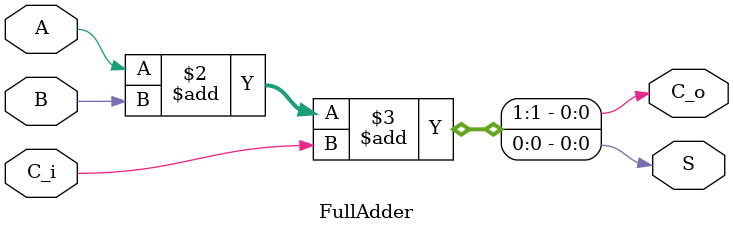
<source format=sv>
module FullAdder(
  input         A, B, C_i,
  output logic  C_o, S
);


// fill in the guts:
//   C_o*2 + S = A+B+Ci


// behavioral, using concat. operator
//   {C_o,S} creates a single 2-bit vector of
//   carry out followed by sum
  always_comb {C_o,S} =	A + B + C_i;		// 'b11 = 1+1+1

// structural
/*  always_comb C_o = 
    A&B | B&C_i | A&C_i  ; 	  // maj.

  always_comb S = A ^ B ^ C_i;   // parity
*/
endmodule
/*
				   logical	 bitwise
					A||B  =  A|B  

  logic[7:0] A, B;
  logic[7:0] C;

  C = A||B;   C[0] = 0 iff A=B=0   
  C[7:1] = 7'bz;     0  1  x   z

  C = 8'bzzzzzz0   8'bzzzzzz1

  C = A|B;   C[i] = A[i] | B[i]   


*/
</source>
